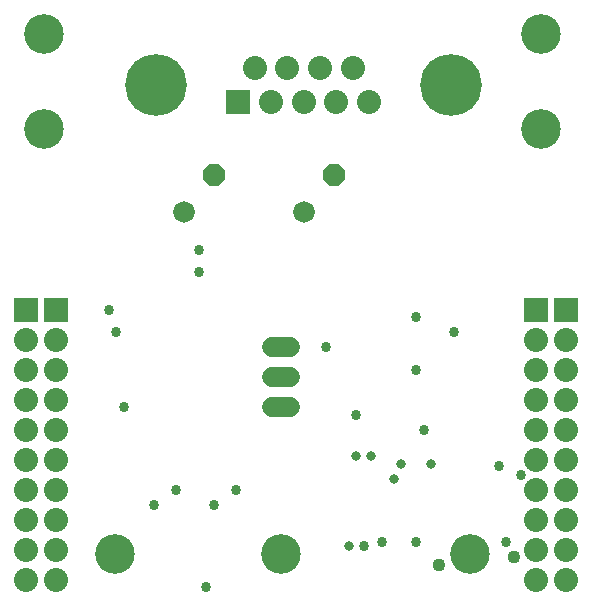
<source format=gbr>
G04 EAGLE Gerber X2 export*
%TF.Part,Single*%
%TF.FileFunction,Soldermask,Bot,1*%
%TF.FilePolarity,Negative*%
%TF.GenerationSoftware,Autodesk,EAGLE,9.0.0*%
%TF.CreationDate,2018-07-03T14:12:15Z*%
G75*
%MOMM*%
%FSLAX34Y34*%
%LPD*%
%AMOC8*
5,1,8,0,0,1.08239X$1,22.5*%
G01*
%ADD10C,3.352400*%
%ADD11R,2.032000X2.032000*%
%ADD12C,2.032000*%
%ADD13C,5.232400*%
%ADD14P,1.979475X8X202.500000*%
%ADD15C,1.676400*%
%ADD16C,1.828800*%
%ADD17C,0.858000*%
%ADD18C,1.108000*%
%ADD19C,0.838200*%


D10*
X120000Y60000D03*
X260000Y60000D03*
X420000Y60000D03*
X60000Y500000D03*
X480000Y500000D03*
X60000Y420000D03*
X480000Y420000D03*
D11*
X44450Y266700D03*
D12*
X44450Y241300D03*
X44450Y215900D03*
X44450Y190500D03*
X44450Y165100D03*
X44450Y139700D03*
X44450Y114300D03*
X44450Y88900D03*
X44450Y63500D03*
X44450Y38100D03*
D11*
X69850Y266700D03*
D12*
X69850Y241300D03*
X69850Y215900D03*
X69850Y190500D03*
X69850Y165100D03*
X69850Y139700D03*
X69850Y114300D03*
X69850Y88900D03*
X69850Y63500D03*
X69850Y38100D03*
D11*
X476250Y266700D03*
D12*
X476250Y241300D03*
X476250Y215900D03*
X476250Y190500D03*
X476250Y165100D03*
X476250Y139700D03*
X476250Y114300D03*
X476250Y88900D03*
X476250Y63500D03*
X476250Y38100D03*
D11*
X501650Y266700D03*
D12*
X501650Y241300D03*
X501650Y215900D03*
X501650Y190500D03*
X501650Y165100D03*
X501650Y139700D03*
X501650Y114300D03*
X501650Y88900D03*
X501650Y63500D03*
X501650Y38100D03*
D11*
X224000Y443000D03*
D12*
X251700Y443000D03*
X279400Y443000D03*
X307100Y443000D03*
X334800Y443000D03*
X237900Y471400D03*
X265600Y471400D03*
X293200Y471400D03*
X320900Y471400D03*
D13*
X154400Y457200D03*
X404400Y457200D03*
D14*
X304800Y381000D03*
X203200Y381000D03*
D15*
X252730Y234950D02*
X267970Y234950D01*
X267970Y209550D02*
X252730Y209550D01*
X252730Y184150D02*
X267970Y184150D01*
D16*
X177800Y349250D03*
X279400Y349250D03*
D17*
X444500Y134846D03*
X374650Y260350D03*
X374650Y215900D03*
X190500Y317500D03*
X127000Y184150D03*
X152400Y101600D03*
X203200Y101600D03*
D18*
X393700Y50800D03*
D17*
X196850Y31750D03*
X120650Y247650D03*
X171450Y114300D03*
X222250Y114300D03*
X406400Y247650D03*
X298450Y234950D03*
X114300Y266700D03*
X463550Y127000D03*
X323850Y177800D03*
X190500Y298450D03*
X330200Y66675D03*
D19*
X317500Y66675D03*
X323850Y142875D03*
X361950Y136525D03*
X336550Y142875D03*
X387350Y136525D03*
X355600Y123825D03*
D17*
X346075Y69850D03*
X381000Y165100D03*
D18*
X457200Y57150D03*
D17*
X374650Y69850D03*
X450850Y69850D03*
M02*

</source>
